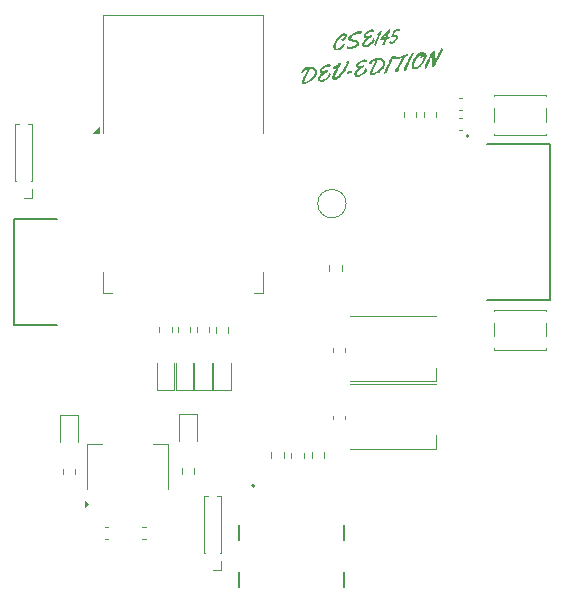
<source format=gbr>
%TF.GenerationSoftware,KiCad,Pcbnew,8.0.1*%
%TF.CreationDate,2024-04-06T15:46:48-07:00*%
%TF.ProjectId,Hardware,48617264-7761-4726-952e-6b696361645f,rev?*%
%TF.SameCoordinates,Original*%
%TF.FileFunction,Legend,Top*%
%TF.FilePolarity,Positive*%
%FSLAX46Y46*%
G04 Gerber Fmt 4.6, Leading zero omitted, Abs format (unit mm)*
G04 Created by KiCad (PCBNEW 8.0.1) date 2024-04-06 15:46:48*
%MOMM*%
%LPD*%
G01*
G04 APERTURE LIST*
%ADD10C,0.120000*%
%ADD11C,0.127000*%
%ADD12C,0.200000*%
%ADD13C,0.000000*%
G04 APERTURE END LIST*
D10*
%TO.C,D5*%
X130600000Y-71750000D02*
X137900000Y-71750000D01*
X130600000Y-77250000D02*
X137900000Y-77250000D01*
X137900000Y-77250000D02*
X137900000Y-76100000D01*
D11*
%TO.C,U1*%
X142220000Y-57125000D02*
X147600000Y-57125000D01*
X147600000Y-57125000D02*
X147600000Y-70325000D01*
X147600000Y-70325000D02*
X142220000Y-70325000D01*
D12*
X140700000Y-56475000D02*
G75*
G02*
X140500000Y-56475000I-100000J0D01*
G01*
X140500000Y-56475000D02*
G75*
G02*
X140700000Y-56475000I100000J0D01*
G01*
D10*
%TO.C,C6*%
X110140580Y-89540000D02*
X109859420Y-89540000D01*
X110140580Y-90560000D02*
X109859420Y-90560000D01*
%TO.C,R8*%
X136877500Y-54412742D02*
X136877500Y-54887258D01*
X137922500Y-54412742D02*
X137922500Y-54887258D01*
%TO.C,D6*%
X130600000Y-77450000D02*
X137900000Y-77450000D01*
X130600000Y-82950000D02*
X137900000Y-82950000D01*
X137900000Y-82950000D02*
X137900000Y-81800000D01*
%TO.C,SW2*%
X142825000Y-71175000D02*
X142825000Y-71295000D01*
X142825000Y-72305000D02*
X142825000Y-73445000D01*
X142825000Y-74455000D02*
X142825000Y-74575000D01*
X142825000Y-74575000D02*
X147225000Y-74575000D01*
X147225000Y-71175000D02*
X142825000Y-71175000D01*
X147225000Y-71295000D02*
X147225000Y-71175000D01*
X147225000Y-73445000D02*
X147225000Y-72305000D01*
X147225000Y-74575000D02*
X147225000Y-74455000D01*
%TO.C,R7*%
X114477500Y-72637742D02*
X114477500Y-73112258D01*
X115522500Y-72637742D02*
X115522500Y-73112258D01*
%TO.C,R11*%
X116377500Y-85062258D02*
X116377500Y-84587742D01*
X117422500Y-85062258D02*
X117422500Y-84587742D01*
%TO.C,J2*%
X102305000Y-60315000D02*
X102305000Y-55440000D01*
X102391724Y-60315000D02*
X102305000Y-60315000D01*
X102605507Y-55440000D02*
X102305000Y-55440000D01*
X103695000Y-55440000D02*
X103394493Y-55440000D01*
X103695000Y-60315000D02*
X103608276Y-60315000D01*
X103695000Y-60315000D02*
X103695000Y-55440000D01*
X103695000Y-61000000D02*
X103695000Y-61685000D01*
X103695000Y-61685000D02*
X103000000Y-61685000D01*
%TO.C,R6*%
X116077500Y-72637742D02*
X116077500Y-73112258D01*
X117122500Y-72637742D02*
X117122500Y-73112258D01*
%TO.C,C2*%
X139834420Y-53240000D02*
X140115580Y-53240000D01*
X139834420Y-54260000D02*
X140115580Y-54260000D01*
%TO.C,D1*%
X119065000Y-75712500D02*
X119065000Y-77997500D01*
X119065000Y-77997500D02*
X120535000Y-77997500D01*
X120535000Y-77997500D02*
X120535000Y-75712500D01*
D11*
%TO.C,S1*%
X102200000Y-63500000D02*
X102200000Y-72500000D01*
X105800000Y-63500000D02*
X102200000Y-63500000D01*
X105800000Y-72500000D02*
X102200000Y-72500000D01*
D10*
%TO.C,R2*%
X123977500Y-83737258D02*
X123977500Y-83262742D01*
X125022500Y-83737258D02*
X125022500Y-83262742D01*
%TO.C,D4*%
X114265000Y-75700000D02*
X114265000Y-77985000D01*
X114265000Y-77985000D02*
X115735000Y-77985000D01*
X115735000Y-77985000D02*
X115735000Y-75700000D01*
%TO.C,R12*%
X106302500Y-85112258D02*
X106302500Y-84637742D01*
X107347500Y-85112258D02*
X107347500Y-84637742D01*
D12*
%TO.C,J1*%
X121210000Y-89450000D02*
X121210000Y-90700000D01*
X121210000Y-93420000D02*
X121210000Y-94700000D01*
X130150000Y-89450000D02*
X130150000Y-90700000D01*
X130150000Y-94700000D02*
X130150000Y-93420000D01*
X122530000Y-86100000D02*
G75*
G02*
X122330000Y-86100000I-100000J0D01*
G01*
X122330000Y-86100000D02*
G75*
G02*
X122530000Y-86100000I100000J0D01*
G01*
D10*
%TO.C,D3*%
X115865000Y-75700000D02*
X115865000Y-77985000D01*
X115865000Y-77985000D02*
X117335000Y-77985000D01*
X117335000Y-77985000D02*
X117335000Y-75700000D01*
%TO.C,C4*%
X129190000Y-80465580D02*
X129190000Y-80184420D01*
X130210000Y-80465580D02*
X130210000Y-80184420D01*
%TO.C,D2*%
X117465000Y-75700000D02*
X117465000Y-77985000D01*
X117465000Y-77985000D02*
X118935000Y-77985000D01*
X118935000Y-77985000D02*
X118935000Y-75700000D01*
%TO.C,TP1*%
X130300000Y-62200000D02*
G75*
G02*
X127900000Y-62200000I-1200000J0D01*
G01*
X127900000Y-62200000D02*
G75*
G02*
X130300000Y-62200000I1200000J0D01*
G01*
%TO.C,R3*%
X125677500Y-83762258D02*
X125677500Y-83287742D01*
X126722500Y-83762258D02*
X126722500Y-83287742D01*
%TO.C,DWM1*%
X109750000Y-46250000D02*
X109750000Y-56250000D01*
X109750000Y-46250000D02*
X123250000Y-46250000D01*
X109750000Y-69750000D02*
X109750000Y-68000000D01*
X110500000Y-69750000D02*
X109750000Y-69750000D01*
X122500000Y-69750000D02*
X123250000Y-69750000D01*
X123250000Y-46250000D02*
X123250000Y-56250000D01*
X123250000Y-69750000D02*
X123250000Y-68000000D01*
X109400000Y-56250000D02*
X108900000Y-56250000D01*
X109400000Y-55750000D01*
X109400000Y-56250000D01*
G36*
X109400000Y-56250000D02*
G01*
X108900000Y-56250000D01*
X109400000Y-55750000D01*
X109400000Y-56250000D01*
G37*
D13*
%TO.C,G\u002A\u002A\u002A*%
G36*
X130774157Y-50954980D02*
G01*
X130802957Y-50989225D01*
X130817627Y-51036613D01*
X130800691Y-51074190D01*
X130746990Y-51106247D01*
X130651362Y-51137071D01*
X130613325Y-51146818D01*
X130523793Y-51169219D01*
X130448964Y-51188504D01*
X130406274Y-51200150D01*
X130362353Y-51193243D01*
X130348111Y-51173107D01*
X130342777Y-51103708D01*
X130383254Y-51047059D01*
X130467743Y-51005004D01*
X130527060Y-50989798D01*
X130614026Y-50972051D01*
X130688270Y-50956418D01*
X130721887Y-50948987D01*
X130774157Y-50954980D01*
G37*
G36*
X135822132Y-49926932D02*
G01*
X135744984Y-50087990D01*
X135666480Y-50253441D01*
X135592202Y-50411408D01*
X135527735Y-50550009D01*
X135478663Y-50657368D01*
X135476027Y-50663232D01*
X135422692Y-50778785D01*
X135381707Y-50857527D01*
X135347348Y-50908028D01*
X135313896Y-50938856D01*
X135280035Y-50956781D01*
X135216605Y-50981722D01*
X135183714Y-50986748D01*
X135167236Y-50971715D01*
X135160323Y-50955556D01*
X135162531Y-50914010D01*
X135186967Y-50834559D01*
X135234003Y-50716333D01*
X135304012Y-50558463D01*
X135397367Y-50360080D01*
X135514441Y-50120312D01*
X135543513Y-50061731D01*
X135633750Y-49881463D01*
X135706178Y-49740457D01*
X135764127Y-49633939D01*
X135810923Y-49557132D01*
X135849894Y-49505263D01*
X135884368Y-49473557D01*
X135917674Y-49457239D01*
X135953138Y-49451534D01*
X135969052Y-49451154D01*
X136051289Y-49451154D01*
X135822132Y-49926932D01*
G37*
G36*
X133282148Y-47574068D02*
G01*
X133303838Y-47608732D01*
X133298333Y-47640895D01*
X133275105Y-47709777D01*
X133237086Y-47807833D01*
X133187204Y-47927515D01*
X133128388Y-48061278D01*
X133126811Y-48064776D01*
X133062165Y-48209157D01*
X133000345Y-48349192D01*
X132945868Y-48474499D01*
X132903254Y-48574698D01*
X132879495Y-48632981D01*
X132835492Y-48740526D01*
X132801351Y-48806145D01*
X132771887Y-48834385D01*
X132741913Y-48829790D01*
X132706246Y-48796907D01*
X132700304Y-48790072D01*
X132685835Y-48770603D01*
X132678678Y-48748469D01*
X132680845Y-48716911D01*
X132694344Y-48669176D01*
X132721185Y-48598505D01*
X132763378Y-48498142D01*
X132822932Y-48361332D01*
X132838153Y-48326608D01*
X132894142Y-48197375D01*
X132941125Y-48085905D01*
X132976391Y-47998888D01*
X132997232Y-47943013D01*
X133000936Y-47924968D01*
X133000851Y-47925017D01*
X132972299Y-47918695D01*
X132953572Y-47901581D01*
X132938192Y-47866640D01*
X132949524Y-47823715D01*
X132991379Y-47766370D01*
X133067570Y-47688170D01*
X133095854Y-47661399D01*
X133179283Y-47592206D01*
X133240190Y-47563398D01*
X133282148Y-47574068D01*
G37*
G36*
X134809977Y-47397004D02*
G01*
X134847013Y-47427308D01*
X134868079Y-47457630D01*
X134877153Y-47496593D01*
X134850508Y-47531295D01*
X134784308Y-47564108D01*
X134674717Y-47597403D01*
X134620247Y-47610828D01*
X134437210Y-47653979D01*
X134378701Y-47786278D01*
X134347601Y-47857069D01*
X134326376Y-47906275D01*
X134320177Y-47921645D01*
X134342066Y-47921893D01*
X134397925Y-47919127D01*
X134439331Y-47916448D01*
X134518897Y-47915507D01*
X134570042Y-47930153D01*
X134610308Y-47963794D01*
X134654257Y-48044621D01*
X134659883Y-48144750D01*
X134629459Y-48256324D01*
X134565261Y-48371484D01*
X134469562Y-48482371D01*
X134456731Y-48494410D01*
X134333534Y-48591379D01*
X134219245Y-48649658D01*
X134118104Y-48668068D01*
X134034350Y-48645429D01*
X134002692Y-48620769D01*
X133963093Y-48556041D01*
X133957172Y-48486128D01*
X133986082Y-48429278D01*
X133990343Y-48425499D01*
X134022576Y-48410578D01*
X134055194Y-48431484D01*
X134071794Y-48450726D01*
X134107693Y-48486603D01*
X134145698Y-48492825D01*
X134197979Y-48477925D01*
X134294192Y-48431614D01*
X134381675Y-48366977D01*
X134452126Y-48293162D01*
X134497239Y-48219320D01*
X134508711Y-48154600D01*
X134504906Y-48139729D01*
X134487236Y-48120234D01*
X134446663Y-48110522D01*
X134373200Y-48109113D01*
X134313861Y-48111404D01*
X134137019Y-48120096D01*
X134140136Y-48046827D01*
X134151557Y-47995058D01*
X134180035Y-47911982D01*
X134220970Y-47810072D01*
X134258744Y-47725196D01*
X134374235Y-47476834D01*
X134572331Y-47423381D01*
X134683274Y-47396272D01*
X134758943Y-47387069D01*
X134809977Y-47397004D01*
G37*
G36*
X138461270Y-49069552D02*
G01*
X138486965Y-49102015D01*
X138481194Y-49165216D01*
X138470738Y-49201295D01*
X138441281Y-49279161D01*
X138393670Y-49388793D01*
X138331702Y-49522730D01*
X138259173Y-49673509D01*
X138179879Y-49833670D01*
X138097616Y-49995750D01*
X138016181Y-50152289D01*
X137939368Y-50295824D01*
X137870975Y-50418895D01*
X137814796Y-50514039D01*
X137774630Y-50573795D01*
X137768958Y-50580721D01*
X137721754Y-50611031D01*
X137661808Y-50622512D01*
X137609222Y-50613932D01*
X137586008Y-50591924D01*
X137583037Y-50557275D01*
X137583106Y-50483508D01*
X137586008Y-50380246D01*
X137591537Y-50257109D01*
X137594275Y-50207261D01*
X137601703Y-50069041D01*
X137607809Y-49937303D01*
X137612055Y-49825057D01*
X137613904Y-49745311D01*
X137613929Y-49732019D01*
X137613214Y-49609904D01*
X137432672Y-49976250D01*
X137365643Y-50115415D01*
X137300901Y-50255472D01*
X137244140Y-50383713D01*
X137201050Y-50487430D01*
X137186537Y-50525769D01*
X137150531Y-50625119D01*
X137124548Y-50688129D01*
X137101954Y-50724376D01*
X137076116Y-50743439D01*
X137040403Y-50754895D01*
X137025276Y-50758651D01*
X136970737Y-50763008D01*
X136943902Y-50737450D01*
X136942949Y-50735075D01*
X136943188Y-50682392D01*
X136968133Y-50588798D01*
X137017418Y-50455300D01*
X137090675Y-50282906D01*
X137175366Y-50098365D01*
X137280222Y-49878543D01*
X137368900Y-49699543D01*
X137444203Y-49557178D01*
X137508934Y-49447264D01*
X137565895Y-49365614D01*
X137617888Y-49308042D01*
X137667717Y-49270363D01*
X137718184Y-49248391D01*
X137749348Y-49241107D01*
X137844754Y-49224477D01*
X137827976Y-49490460D01*
X137819319Y-49628788D01*
X137810176Y-49776636D01*
X137801989Y-49910600D01*
X137798767Y-49964038D01*
X137786335Y-50171635D01*
X137980943Y-49793077D01*
X138049838Y-49656679D01*
X138114942Y-49523455D01*
X138171051Y-49404373D01*
X138212959Y-49310400D01*
X138230119Y-49267981D01*
X138269067Y-49168634D01*
X138300495Y-49107044D01*
X138331628Y-49074400D01*
X138369692Y-49061892D01*
X138400395Y-49060385D01*
X138461270Y-49069552D01*
G37*
G36*
X130324319Y-47800565D02*
G01*
X130371127Y-47844051D01*
X130399349Y-47885989D01*
X130407701Y-47921304D01*
X130396812Y-47969027D01*
X130377042Y-48022723D01*
X130330892Y-48112157D01*
X130263872Y-48203901D01*
X130185744Y-48288095D01*
X130106272Y-48354884D01*
X130035220Y-48394409D01*
X130002414Y-48400961D01*
X129939905Y-48389375D01*
X129899873Y-48364638D01*
X129883008Y-48324004D01*
X129887266Y-48284230D01*
X129907782Y-48263499D01*
X129925809Y-48267729D01*
X129954940Y-48259897D01*
X130003819Y-48223508D01*
X130062441Y-48168745D01*
X130120805Y-48105793D01*
X130168906Y-48044836D01*
X130196741Y-47996056D01*
X130198679Y-47989936D01*
X130197148Y-47946474D01*
X130165174Y-47933158D01*
X130108346Y-47947155D01*
X130032256Y-47985633D01*
X129942495Y-48045759D01*
X129844651Y-48124702D01*
X129744316Y-48219628D01*
X129743343Y-48220625D01*
X129630191Y-48355194D01*
X129536361Y-48503577D01*
X129465931Y-48655981D01*
X129422979Y-48802611D01*
X129411582Y-48933674D01*
X129420410Y-48996246D01*
X129451275Y-49053455D01*
X129507630Y-49073617D01*
X129592215Y-49057056D01*
X129666427Y-49025392D01*
X129727643Y-48988035D01*
X129804913Y-48930460D01*
X129889290Y-48860722D01*
X129971829Y-48786873D01*
X130043582Y-48716968D01*
X130095604Y-48659060D01*
X130118947Y-48621202D01*
X130119423Y-48617603D01*
X130138100Y-48596944D01*
X130143846Y-48596346D01*
X130161685Y-48617310D01*
X130167651Y-48669646D01*
X130162423Y-48737520D01*
X130146682Y-48805099D01*
X130133510Y-48836951D01*
X130077293Y-48915458D01*
X129990598Y-49002408D01*
X129887313Y-49085812D01*
X129781328Y-49153680D01*
X129745617Y-49171800D01*
X129600553Y-49221978D01*
X129475676Y-49228185D01*
X129371459Y-49190429D01*
X129336953Y-49164183D01*
X129267375Y-49071031D01*
X129233878Y-48954081D01*
X129233658Y-48819093D01*
X129263908Y-48671829D01*
X129321825Y-48518051D01*
X129404603Y-48363521D01*
X129509437Y-48213999D01*
X129633523Y-48075247D01*
X129774055Y-47953027D01*
X129928229Y-47853100D01*
X129990440Y-47821881D01*
X130121025Y-47777329D01*
X130234138Y-47770330D01*
X130324319Y-47800565D01*
G37*
G36*
X130511963Y-50154357D02*
G01*
X130543457Y-50207811D01*
X130542490Y-50288433D01*
X130532758Y-50325475D01*
X130467878Y-50485126D01*
X130373044Y-50663909D01*
X130255042Y-50852828D01*
X130120656Y-51042884D01*
X129976670Y-51225079D01*
X129829869Y-51390416D01*
X129687038Y-51529895D01*
X129554960Y-51634520D01*
X129536681Y-51646534D01*
X129425579Y-51704335D01*
X129322656Y-51733881D01*
X129238658Y-51732748D01*
X129208309Y-51720651D01*
X129151672Y-51659270D01*
X129130172Y-51565640D01*
X129144113Y-51442837D01*
X129174593Y-51344151D01*
X129225004Y-51217038D01*
X129289461Y-51074541D01*
X129362079Y-50929700D01*
X129433637Y-50801183D01*
X129509087Y-50673616D01*
X129420077Y-50734020D01*
X129333473Y-50782002D01*
X129268572Y-50791328D01*
X129220654Y-50765115D01*
X129193578Y-50713432D01*
X129195923Y-50656108D01*
X129221360Y-50608038D01*
X129263560Y-50584119D01*
X129295860Y-50588138D01*
X129334559Y-50578377D01*
X129401747Y-50531696D01*
X129495536Y-50449425D01*
X129503416Y-50442021D01*
X129591242Y-50362441D01*
X129655783Y-50313197D01*
X129706351Y-50288246D01*
X129750707Y-50281538D01*
X129815985Y-50294037D01*
X129842926Y-50320749D01*
X129836894Y-50355526D01*
X129809254Y-50428863D01*
X129761890Y-50536491D01*
X129696686Y-50674146D01*
X129615528Y-50837561D01*
X129608234Y-50851951D01*
X129501949Y-51067308D01*
X129421462Y-51243706D01*
X129366922Y-51380727D01*
X129338480Y-51477951D01*
X129336287Y-51534960D01*
X129356899Y-51551538D01*
X129394524Y-51535356D01*
X129456472Y-51492191D01*
X129533051Y-51430122D01*
X129614572Y-51357224D01*
X129691344Y-51281574D01*
X129726311Y-51243670D01*
X129821474Y-51129572D01*
X129920554Y-50999458D01*
X130018903Y-50860677D01*
X130111868Y-50720578D01*
X130194800Y-50586506D01*
X130263049Y-50465811D01*
X130311964Y-50365840D01*
X130336894Y-50293941D01*
X130339111Y-50275433D01*
X130324824Y-50238814D01*
X130308702Y-50231880D01*
X130296141Y-50221841D01*
X130315566Y-50198942D01*
X130354902Y-50171403D01*
X130402072Y-50147448D01*
X130445003Y-50135300D01*
X130450981Y-50135000D01*
X130511963Y-50154357D01*
G37*
G36*
X131568286Y-47599373D02*
G01*
X131608682Y-47610620D01*
X131631943Y-47629573D01*
X131652575Y-47685536D01*
X131631818Y-47742071D01*
X131575957Y-47789102D01*
X131518730Y-47811125D01*
X131413939Y-47837005D01*
X131347685Y-47851173D01*
X131311132Y-47853832D01*
X131295449Y-47845185D01*
X131291800Y-47825435D01*
X131291731Y-47816356D01*
X131288485Y-47787650D01*
X131270417Y-47780011D01*
X131225029Y-47791889D01*
X131190613Y-47803805D01*
X131101210Y-47841159D01*
X131013113Y-47886513D01*
X131001334Y-47893529D01*
X130921442Y-47949204D01*
X130840068Y-48016839D01*
X130766795Y-48087043D01*
X130711210Y-48150428D01*
X130682897Y-48197604D01*
X130681154Y-48207187D01*
X130689815Y-48230190D01*
X130720016Y-48250104D01*
X130778085Y-48268826D01*
X130870350Y-48288254D01*
X131003138Y-48310284D01*
X131047500Y-48317036D01*
X131207521Y-48354876D01*
X131326320Y-48412184D01*
X131402596Y-48485839D01*
X131435047Y-48572719D01*
X131422372Y-48669704D01*
X131363270Y-48773671D01*
X131275902Y-48864900D01*
X131170431Y-48940493D01*
X131043701Y-49004922D01*
X130905269Y-49056082D01*
X130764692Y-49091870D01*
X130631529Y-49110179D01*
X130515336Y-49108907D01*
X130425673Y-49085949D01*
X130388077Y-49060385D01*
X130348590Y-48995902D01*
X130342405Y-48926162D01*
X130370737Y-48869527D01*
X130375184Y-48865565D01*
X130410518Y-48849805D01*
X130448006Y-48872704D01*
X130453144Y-48877732D01*
X130515235Y-48908289D01*
X130608208Y-48915337D01*
X130721691Y-48901523D01*
X130845310Y-48869491D01*
X130968694Y-48821889D01*
X131081470Y-48761361D01*
X131168229Y-48695333D01*
X131219609Y-48640531D01*
X131238781Y-48598206D01*
X131222383Y-48565499D01*
X131167053Y-48539551D01*
X131069431Y-48517504D01*
X130935889Y-48497755D01*
X130755844Y-48466729D01*
X130621880Y-48426010D01*
X130532048Y-48374791D01*
X130484398Y-48312265D01*
X130483789Y-48310704D01*
X130471111Y-48211936D01*
X130503797Y-48107138D01*
X130579241Y-47999472D01*
X130694834Y-47892102D01*
X130847969Y-47788191D01*
X130968324Y-47723046D01*
X131079391Y-47669843D01*
X131164790Y-47635614D01*
X131241481Y-47615490D01*
X131326425Y-47604601D01*
X131396704Y-47600029D01*
X131501283Y-47596302D01*
X131568286Y-47599373D01*
G37*
G36*
X136867890Y-49322533D02*
G01*
X136896203Y-49341821D01*
X136904631Y-49371779D01*
X136926347Y-49415801D01*
X136971795Y-49426731D01*
X137044101Y-49448660D01*
X137100907Y-49504515D01*
X137128162Y-49579396D01*
X137128846Y-49593259D01*
X137114433Y-49701310D01*
X137072909Y-49840684D01*
X137006852Y-50003913D01*
X136937786Y-50147211D01*
X136856338Y-50284196D01*
X136754603Y-50422778D01*
X136641616Y-50553034D01*
X136526410Y-50665041D01*
X136418019Y-50748877D01*
X136360500Y-50781304D01*
X136225026Y-50827313D01*
X136104590Y-50835063D01*
X136005997Y-50804258D01*
X135994820Y-50797189D01*
X135906125Y-50709268D01*
X135856445Y-50593745D01*
X135849575Y-50502775D01*
X136038401Y-50502775D01*
X136051804Y-50588088D01*
X136095154Y-50635976D01*
X136152531Y-50647885D01*
X136231980Y-50636069D01*
X136293901Y-50613608D01*
X136355413Y-50569930D01*
X136435122Y-50496630D01*
X136523191Y-50404082D01*
X136609780Y-50302664D01*
X136685052Y-50202749D01*
X136689186Y-50196747D01*
X136746844Y-50104148D01*
X136802073Y-50000776D01*
X136851459Y-49895225D01*
X136891587Y-49796094D01*
X136919043Y-49711976D01*
X136930412Y-49651468D01*
X136922279Y-49623166D01*
X136917449Y-49622115D01*
X136875376Y-49640279D01*
X136818473Y-49686542D01*
X136759309Y-49748564D01*
X136710451Y-49814004D01*
X136696016Y-49839560D01*
X136664577Y-49898525D01*
X136641224Y-49920437D01*
X136613738Y-49912666D01*
X136595212Y-49900363D01*
X136555029Y-49854078D01*
X136542692Y-49812892D01*
X136559697Y-49746435D01*
X136603512Y-49666188D01*
X136663342Y-49589529D01*
X136706480Y-49549246D01*
X136746370Y-49513797D01*
X136749476Y-49501098D01*
X136721425Y-49509668D01*
X136667844Y-49538022D01*
X136608817Y-49574988D01*
X136456788Y-49698903D01*
X136315714Y-49857204D01*
X136194703Y-50036672D01*
X136102862Y-50224092D01*
X136054653Y-50379231D01*
X136038401Y-50502775D01*
X135849575Y-50502775D01*
X135845770Y-50452396D01*
X135874091Y-50286999D01*
X135941399Y-50099328D01*
X135999177Y-49979287D01*
X136092401Y-49829561D01*
X136208484Y-49687626D01*
X136339466Y-49559985D01*
X136477386Y-49453147D01*
X136614286Y-49373617D01*
X136742204Y-49327901D01*
X136806374Y-49319512D01*
X136867890Y-49322533D01*
G37*
G36*
X133988805Y-47459392D02*
G01*
X134017501Y-47477227D01*
X134031011Y-47498421D01*
X134031605Y-47529607D01*
X134016866Y-47579680D01*
X133984378Y-47657534D01*
X133945314Y-47742941D01*
X133884949Y-47873058D01*
X133844294Y-47964914D01*
X133822830Y-48024709D01*
X133820040Y-48058644D01*
X133835403Y-48072918D01*
X133868401Y-48073732D01*
X133918168Y-48067332D01*
X134032161Y-48051707D01*
X133994614Y-48124315D01*
X133946141Y-48200167D01*
X133888273Y-48242891D01*
X133803837Y-48266673D01*
X133761138Y-48276837D01*
X133730171Y-48294613D01*
X133703954Y-48329454D01*
X133675504Y-48390810D01*
X133637840Y-48488135D01*
X133635342Y-48494772D01*
X133594770Y-48593685D01*
X133553883Y-48678448D01*
X133519288Y-48735883D01*
X133507886Y-48748990D01*
X133453973Y-48781944D01*
X133403545Y-48790070D01*
X133371818Y-48772635D01*
X133367692Y-48755732D01*
X133376312Y-48717248D01*
X133399204Y-48647011D01*
X133431919Y-48558380D01*
X133441938Y-48532830D01*
X133475236Y-48446283D01*
X133498959Y-48379311D01*
X133509281Y-48342927D01*
X133509101Y-48339516D01*
X133483316Y-48340122D01*
X133423760Y-48348265D01*
X133361598Y-48358903D01*
X133283440Y-48370210D01*
X133225787Y-48372900D01*
X133204883Y-48368408D01*
X133185706Y-48317075D01*
X133197321Y-48241720D01*
X133221554Y-48187524D01*
X133392115Y-48187524D01*
X133413031Y-48188806D01*
X133465665Y-48178749D01*
X133492451Y-48172009D01*
X133540251Y-48156763D01*
X133576691Y-48134820D01*
X133609760Y-48096922D01*
X133647451Y-48033809D01*
X133697755Y-47936221D01*
X133700292Y-47931172D01*
X133744758Y-47840692D01*
X133778064Y-47769139D01*
X133796004Y-47725784D01*
X133797447Y-47717115D01*
X133778451Y-47734440D01*
X133735651Y-47780644D01*
X133676502Y-47847077D01*
X133608460Y-47925083D01*
X133538981Y-48006012D01*
X133475520Y-48081209D01*
X133425535Y-48142023D01*
X133396479Y-48179799D01*
X133392115Y-48187524D01*
X133221554Y-48187524D01*
X133236727Y-48153591D01*
X133279025Y-48090598D01*
X133343200Y-48013162D01*
X133425916Y-47921498D01*
X133520131Y-47822517D01*
X133618804Y-47723128D01*
X133714893Y-47630240D01*
X133801358Y-47550761D01*
X133871156Y-47491603D01*
X133917247Y-47459673D01*
X133925279Y-47456466D01*
X133988805Y-47459392D01*
G37*
G36*
X132007983Y-50011612D02*
G01*
X132042244Y-50054394D01*
X132048846Y-50100859D01*
X132034638Y-50147265D01*
X131985921Y-50188884D01*
X131949279Y-50209226D01*
X131871912Y-50239777D01*
X131805358Y-50250651D01*
X131760943Y-50241590D01*
X131749663Y-50213795D01*
X131741875Y-50188352D01*
X131700935Y-50189910D01*
X131624198Y-50218942D01*
X131566268Y-50246546D01*
X131478751Y-50299570D01*
X131397661Y-50364884D01*
X131333464Y-50432279D01*
X131296624Y-50491543D01*
X131291731Y-50514407D01*
X131313280Y-50537283D01*
X131369050Y-50548968D01*
X131445722Y-50549497D01*
X131529977Y-50538904D01*
X131608496Y-50517225D01*
X131617675Y-50513558D01*
X131716030Y-50483089D01*
X131790744Y-50480474D01*
X131836232Y-50503130D01*
X131846911Y-50548477D01*
X131821370Y-50607744D01*
X131767665Y-50654957D01*
X131680915Y-50693093D01*
X131666040Y-50697463D01*
X131576280Y-50738233D01*
X131475559Y-50808754D01*
X131375400Y-50897966D01*
X131287326Y-50994812D01*
X131222863Y-51088234D01*
X131197594Y-51146967D01*
X131185612Y-51238479D01*
X131205765Y-51301191D01*
X131255903Y-51329930D01*
X131274273Y-51331194D01*
X131365880Y-51312897D01*
X131471553Y-51264681D01*
X131582298Y-51194134D01*
X131689122Y-51108844D01*
X131783031Y-51016397D01*
X131855031Y-50924382D01*
X131896129Y-50840387D01*
X131902308Y-50801348D01*
X131909939Y-50759293D01*
X131942738Y-50748085D01*
X131969471Y-50750060D01*
X132018281Y-50764574D01*
X132039558Y-50803468D01*
X132044154Y-50835366D01*
X132030435Y-50940225D01*
X131971056Y-51056180D01*
X131867336Y-51180961D01*
X131812133Y-51234298D01*
X131662201Y-51351976D01*
X131510209Y-51434848D01*
X131363078Y-51480300D01*
X131227726Y-51485719D01*
X131174791Y-51475068D01*
X131094126Y-51429432D01*
X131046661Y-51373532D01*
X131005005Y-51269395D01*
X131006264Y-51160764D01*
X131051390Y-51044344D01*
X131141336Y-50916836D01*
X131196443Y-50855222D01*
X131256269Y-50787399D01*
X131288287Y-50740935D01*
X131288746Y-50721420D01*
X131286356Y-50721154D01*
X131242592Y-50706875D01*
X131187433Y-50672335D01*
X131185120Y-50670535D01*
X131142371Y-50626313D01*
X131123846Y-50570400D01*
X131120769Y-50510622D01*
X131124516Y-50447375D01*
X131141205Y-50397708D01*
X131179009Y-50345846D01*
X131238273Y-50283824D01*
X131372014Y-50174680D01*
X131530331Y-50084337D01*
X131696196Y-50021093D01*
X131831366Y-49994754D01*
X131939533Y-49992631D01*
X132007983Y-50011612D01*
G37*
G36*
X132667530Y-47472346D02*
G01*
X132701713Y-47514840D01*
X132708269Y-47560496D01*
X132691275Y-47612746D01*
X132636655Y-47655264D01*
X132538951Y-47692200D01*
X132532504Y-47694070D01*
X132467978Y-47704323D01*
X132419678Y-47697854D01*
X132400697Y-47677565D01*
X132404562Y-47665710D01*
X132402656Y-47646303D01*
X132366095Y-47646813D01*
X132304063Y-47665617D01*
X132237152Y-47695282D01*
X132152993Y-47746052D01*
X132071951Y-47809464D01*
X132004563Y-47875532D01*
X131961364Y-47934274D01*
X131951154Y-47966303D01*
X131958876Y-47992319D01*
X131989584Y-48005398D01*
X132054593Y-48009337D01*
X132079375Y-48009327D01*
X132166122Y-48002162D01*
X132241871Y-47984931D01*
X132268654Y-47973558D01*
X132337070Y-47947550D01*
X132410339Y-47938605D01*
X132471506Y-47946860D01*
X132503320Y-47971649D01*
X132502846Y-48031122D01*
X132460483Y-48085857D01*
X132383105Y-48128280D01*
X132352375Y-48137937D01*
X132252491Y-48177927D01*
X132153879Y-48240647D01*
X132061152Y-48319650D01*
X131978925Y-48408487D01*
X131911810Y-48500709D01*
X131864421Y-48589868D01*
X131841369Y-48669514D01*
X131847270Y-48733198D01*
X131886735Y-48774473D01*
X131894600Y-48777868D01*
X131964886Y-48781464D01*
X132056292Y-48753142D01*
X132160075Y-48699637D01*
X132267492Y-48627685D01*
X132369800Y-48544023D01*
X132458257Y-48455387D01*
X132524120Y-48368513D01*
X132558646Y-48290136D01*
X132561731Y-48263858D01*
X132578186Y-48211140D01*
X132622445Y-48196005D01*
X132665529Y-48209736D01*
X132700121Y-48252775D01*
X132705861Y-48324265D01*
X132683429Y-48413752D01*
X132647376Y-48488364D01*
X132571195Y-48590518D01*
X132464813Y-48696816D01*
X132343514Y-48793602D01*
X132224195Y-48866417D01*
X132118081Y-48906043D01*
X132001666Y-48928320D01*
X131891229Y-48931804D01*
X131803045Y-48915050D01*
X131782880Y-48905584D01*
X131704315Y-48835656D01*
X131665114Y-48743610D01*
X131664527Y-48635196D01*
X131701804Y-48516167D01*
X131776194Y-48392273D01*
X131862836Y-48292609D01*
X131966537Y-48188908D01*
X131879470Y-48142290D01*
X131825177Y-48108005D01*
X131798060Y-48069011D01*
X131786869Y-48006047D01*
X131784995Y-47980531D01*
X131783898Y-47912708D01*
X131796289Y-47862297D01*
X131829759Y-47811224D01*
X131880036Y-47754244D01*
X131996768Y-47652818D01*
X132142217Y-47563906D01*
X132299239Y-47495965D01*
X132450694Y-47457454D01*
X132490497Y-47453043D01*
X132599023Y-47452683D01*
X132667530Y-47472346D01*
G37*
G36*
X128898553Y-50391506D02*
G01*
X128938162Y-50419326D01*
X128945839Y-50426800D01*
X128981418Y-50476192D01*
X128991357Y-50518317D01*
X128965490Y-50558789D01*
X128912586Y-50595501D01*
X128845272Y-50624642D01*
X128776173Y-50642405D01*
X128717913Y-50644978D01*
X128683120Y-50628551D01*
X128678461Y-50612732D01*
X128672138Y-50593596D01*
X128645702Y-50592099D01*
X128587958Y-50608515D01*
X128567297Y-50615458D01*
X128490490Y-50651383D01*
X128408672Y-50705006D01*
X128331389Y-50767796D01*
X128268187Y-50831221D01*
X128228612Y-50886750D01*
X128221593Y-50924418D01*
X128258075Y-50955175D01*
X128330264Y-50964789D01*
X128429923Y-50953443D01*
X128548814Y-50921323D01*
X128561964Y-50916793D01*
X128665289Y-50887073D01*
X128732321Y-50884921D01*
X128767641Y-50911159D01*
X128776154Y-50955223D01*
X128753142Y-51016717D01*
X128689278Y-51067342D01*
X128592316Y-51101046D01*
X128588189Y-51101891D01*
X128515614Y-51131902D01*
X128426221Y-51191340D01*
X128332245Y-51270370D01*
X128245924Y-51359153D01*
X128205314Y-51409701D01*
X128148915Y-51509975D01*
X128130840Y-51609340D01*
X128132433Y-51673657D01*
X128147365Y-51704106D01*
X128186002Y-51715576D01*
X128206363Y-51717796D01*
X128285855Y-51709036D01*
X128384580Y-51673677D01*
X128407611Y-51662555D01*
X128495045Y-51608467D01*
X128588220Y-51535098D01*
X128676987Y-51452382D01*
X128751193Y-51370254D01*
X128800687Y-51298649D01*
X128814385Y-51264480D01*
X128828617Y-51203742D01*
X128838485Y-51166875D01*
X128865450Y-51138430D01*
X128908249Y-51145975D01*
X128953671Y-51186228D01*
X128961605Y-51197454D01*
X128982367Y-51234353D01*
X128986563Y-51268565D01*
X128972221Y-51315339D01*
X128937373Y-51389927D01*
X128936515Y-51391681D01*
X128848643Y-51526427D01*
X128724376Y-51654912D01*
X128575905Y-51765825D01*
X128470865Y-51823771D01*
X128322653Y-51878572D01*
X128194743Y-51891210D01*
X128083006Y-51861818D01*
X128040967Y-51837688D01*
X127963508Y-51760538D01*
X127929101Y-51664689D01*
X127937298Y-51553664D01*
X127987654Y-51430990D01*
X128079723Y-51300190D01*
X128113899Y-51261525D01*
X128174411Y-51194654D01*
X128205091Y-51154275D01*
X128209900Y-51131607D01*
X128192797Y-51117870D01*
X128180881Y-51112976D01*
X128096349Y-51059830D01*
X128053450Y-50981156D01*
X128050425Y-50889938D01*
X128086759Y-50788588D01*
X128163700Y-50687640D01*
X128273278Y-50592622D01*
X128407525Y-50509062D01*
X128558471Y-50442487D01*
X128718146Y-50398425D01*
X128771522Y-50389751D01*
X128849325Y-50382991D01*
X128898553Y-50391506D01*
G37*
G36*
X133198591Y-49873714D02*
G01*
X133313231Y-49895506D01*
X133330871Y-49901611D01*
X133427939Y-49955199D01*
X133515662Y-50032407D01*
X133579925Y-50119075D01*
X133602519Y-50174124D01*
X133610528Y-50268690D01*
X133598305Y-50386396D01*
X133569005Y-50507500D01*
X133535451Y-50593442D01*
X133474092Y-50692343D01*
X133383023Y-50804959D01*
X133273969Y-50919131D01*
X133158653Y-51022706D01*
X133048799Y-51103526D01*
X133035670Y-51111643D01*
X132902030Y-51182622D01*
X132763867Y-51239417D01*
X132629750Y-51280134D01*
X132508246Y-51302879D01*
X132407926Y-51305758D01*
X132337356Y-51286877D01*
X132317306Y-51270439D01*
X132298738Y-51231454D01*
X132296822Y-51175229D01*
X132307672Y-51122972D01*
X132492713Y-51122972D01*
X132507615Y-51136106D01*
X132557191Y-51131549D01*
X132571122Y-51129323D01*
X132638204Y-51111058D01*
X132728515Y-51077079D01*
X132820498Y-51035687D01*
X132969525Y-50946597D01*
X133107436Y-50834756D01*
X133227638Y-50708248D01*
X133323538Y-50575159D01*
X133388541Y-50443573D01*
X133416053Y-50321574D01*
X133416538Y-50304895D01*
X133394136Y-50202786D01*
X133330444Y-50119053D01*
X133230736Y-50057308D01*
X133100282Y-50021164D01*
X132990572Y-50013021D01*
X132932073Y-50014878D01*
X132915554Y-50023263D01*
X132934219Y-50042047D01*
X132936578Y-50043786D01*
X132949038Y-50057041D01*
X132953370Y-50077513D01*
X132947450Y-50110954D01*
X132929152Y-50163113D01*
X132896350Y-50239744D01*
X132846918Y-50346597D01*
X132778732Y-50489424D01*
X132749275Y-50550565D01*
X132680389Y-50694284D01*
X132618025Y-50826137D01*
X132565613Y-50938730D01*
X132526583Y-51024671D01*
X132504366Y-51076566D01*
X132501282Y-51085045D01*
X132492713Y-51122972D01*
X132307672Y-51122972D01*
X132312988Y-51097366D01*
X132348664Y-50993469D01*
X132405281Y-50859141D01*
X132484269Y-50689985D01*
X132549114Y-50557604D01*
X132639172Y-50379315D01*
X132711538Y-50243263D01*
X132767762Y-50146790D01*
X132809393Y-50087235D01*
X132837943Y-50061954D01*
X132866583Y-50045452D01*
X132854808Y-50038875D01*
X132808094Y-50049299D01*
X132735147Y-50077960D01*
X132651258Y-50117376D01*
X132571720Y-50160063D01*
X132511825Y-50198539D01*
X132491577Y-50216613D01*
X132470468Y-50248031D01*
X132484127Y-50257518D01*
X132491577Y-50257887D01*
X132497802Y-50271728D01*
X132469960Y-50306452D01*
X132455012Y-50320285D01*
X132381674Y-50366749D01*
X132316440Y-50376221D01*
X132268666Y-50349748D01*
X132248456Y-50297178D01*
X132263086Y-50232640D01*
X132314138Y-50157421D01*
X132392980Y-50079718D01*
X132490983Y-50007727D01*
X132599517Y-49949644D01*
X132625786Y-49938834D01*
X132754787Y-49901365D01*
X132903701Y-49877471D01*
X133056858Y-49867978D01*
X133198591Y-49873714D01*
G37*
G36*
X135528715Y-49509360D02*
G01*
X135565511Y-49536323D01*
X135585447Y-49580651D01*
X135566917Y-49624234D01*
X135506773Y-49670757D01*
X135407389Y-49721415D01*
X135248575Y-49793424D01*
X135091915Y-50116856D01*
X135022435Y-50260851D01*
X134947576Y-50416900D01*
X134876122Y-50566639D01*
X134816860Y-50691704D01*
X134814492Y-50696731D01*
X134740256Y-50846812D01*
X134677099Y-50955529D01*
X134620748Y-51027890D01*
X134566928Y-51068901D01*
X134511364Y-51083569D01*
X134484797Y-51082923D01*
X134428811Y-51070880D01*
X134405120Y-51039380D01*
X134399351Y-51002019D01*
X134407042Y-50934880D01*
X134434780Y-50860470D01*
X134474385Y-50793307D01*
X134517672Y-50747908D01*
X134548759Y-50736947D01*
X134570251Y-50726244D01*
X134601197Y-50688512D01*
X134643993Y-50619773D01*
X134701036Y-50516048D01*
X134774723Y-50373358D01*
X134809917Y-50303437D01*
X134875939Y-50170741D01*
X134933125Y-50054254D01*
X134978338Y-49960494D01*
X135008442Y-49895980D01*
X135020302Y-49867231D01*
X135020202Y-49866346D01*
X134994467Y-49873657D01*
X134936133Y-49892665D01*
X134870905Y-49914781D01*
X134763127Y-49945199D01*
X134641596Y-49969968D01*
X134576310Y-49978976D01*
X134489673Y-49985969D01*
X134435529Y-49982667D01*
X134398044Y-49965892D01*
X134365463Y-49936646D01*
X134308433Y-49878558D01*
X134177237Y-50147211D01*
X134116282Y-50273590D01*
X134043752Y-50426378D01*
X133968181Y-50587473D01*
X133898103Y-50738770D01*
X133889377Y-50757788D01*
X133817474Y-50910479D01*
X133758940Y-51023154D01*
X133709607Y-51101383D01*
X133665305Y-51150739D01*
X133621864Y-51176794D01*
X133575115Y-51185120D01*
X133569530Y-51185192D01*
X133528272Y-51180145D01*
X133516726Y-51155196D01*
X133523504Y-51108297D01*
X133539842Y-51058276D01*
X133574701Y-50972221D01*
X133624543Y-50857678D01*
X133685830Y-50722195D01*
X133755023Y-50573319D01*
X133828584Y-50418597D01*
X133902974Y-50265576D01*
X133974656Y-50121802D01*
X134040091Y-49994823D01*
X134082694Y-49915593D01*
X134140267Y-49812923D01*
X134182252Y-49745308D01*
X134215921Y-49704635D01*
X134248545Y-49682791D01*
X134287393Y-49671665D01*
X134303880Y-49668789D01*
X134363590Y-49661727D01*
X134387114Y-49669867D01*
X134385853Y-49697400D01*
X134385492Y-49698800D01*
X134384287Y-49729846D01*
X134412574Y-49733483D01*
X134436429Y-49728247D01*
X134480037Y-49721695D01*
X134488012Y-49738652D01*
X134482329Y-49756424D01*
X134477510Y-49778612D01*
X134490645Y-49790233D01*
X134530878Y-49792914D01*
X134607348Y-49788279D01*
X134644344Y-49785230D01*
X134832404Y-49757724D01*
X135010585Y-49709979D01*
X135165432Y-49646352D01*
X135268611Y-49583073D01*
X135364800Y-49525458D01*
X135454726Y-49500380D01*
X135528715Y-49509360D01*
G37*
G36*
X127443289Y-50627391D02*
G01*
X127502768Y-50635955D01*
X127556471Y-50654263D01*
X127618722Y-50684515D01*
X127626620Y-50688621D01*
X127737198Y-50762228D01*
X127806907Y-50851014D01*
X127841562Y-50964861D01*
X127848077Y-51064901D01*
X127825074Y-51218662D01*
X127759776Y-51376130D01*
X127657748Y-51531253D01*
X127524558Y-51677980D01*
X127365770Y-51810258D01*
X127186952Y-51922034D01*
X126993668Y-52007258D01*
X126975722Y-52013429D01*
X126854269Y-52045912D01*
X126739238Y-52061900D01*
X126641822Y-52061018D01*
X126573210Y-52042890D01*
X126553482Y-52027582D01*
X126536573Y-51994155D01*
X126533582Y-51946954D01*
X126545516Y-51884385D01*
X126724615Y-51884385D01*
X126745144Y-51894683D01*
X126799572Y-51888037D01*
X126877160Y-51867337D01*
X126967171Y-51835475D01*
X127058867Y-51795344D01*
X127063277Y-51793185D01*
X127179678Y-51722797D01*
X127302588Y-51626723D01*
X127420042Y-51516387D01*
X127520069Y-51403215D01*
X127590704Y-51298631D01*
X127599526Y-51281279D01*
X127640183Y-51162002D01*
X127650434Y-51046960D01*
X127629771Y-50949910D01*
X127612822Y-50919330D01*
X127545878Y-50857878D01*
X127447747Y-50808420D01*
X127335863Y-50778252D01*
X127261923Y-50772464D01*
X127203719Y-50775589D01*
X127178691Y-50781983D01*
X127182548Y-50786175D01*
X127210806Y-50810052D01*
X127213077Y-50818531D01*
X127203029Y-50845405D01*
X127174837Y-50909924D01*
X127131433Y-51005669D01*
X127075746Y-51126218D01*
X127010705Y-51265150D01*
X126968846Y-51353743D01*
X126899690Y-51500253D01*
X126838133Y-51631884D01*
X126787097Y-51742283D01*
X126749504Y-51825102D01*
X126728279Y-51873989D01*
X126724615Y-51884385D01*
X126545516Y-51884385D01*
X126546113Y-51881257D01*
X126575773Y-51792340D01*
X126624165Y-51675482D01*
X126692896Y-51525960D01*
X126783571Y-51339052D01*
X126796236Y-51313413D01*
X126877456Y-51150515D01*
X126940939Y-51026716D01*
X126989761Y-50936924D01*
X127026994Y-50876044D01*
X127055712Y-50838986D01*
X127078991Y-50820657D01*
X127096480Y-50816013D01*
X127129713Y-50811826D01*
X127115910Y-50803822D01*
X127109279Y-50802011D01*
X127064659Y-50805671D01*
X126994551Y-50826854D01*
X126938318Y-50850132D01*
X126854970Y-50892743D01*
X126784012Y-50936244D01*
X126733189Y-50974769D01*
X126710244Y-51002450D01*
X126722767Y-51013418D01*
X126740652Y-51024764D01*
X126726406Y-51051214D01*
X126690519Y-51084015D01*
X126643482Y-51114411D01*
X126595785Y-51133647D01*
X126575465Y-51136346D01*
X126516427Y-51120470D01*
X126490681Y-51077786D01*
X126496666Y-51015708D01*
X126532823Y-50941651D01*
X126597590Y-50863029D01*
X126641336Y-50823396D01*
X126777329Y-50734787D01*
X126939215Y-50674159D01*
X127133947Y-50639312D01*
X127249711Y-50630684D01*
X127363711Y-50626367D01*
X127443289Y-50627391D01*
G37*
D10*
%TO.C,R5*%
X117677500Y-72637742D02*
X117677500Y-73112258D01*
X118722500Y-72637742D02*
X118722500Y-73112258D01*
%TO.C,D8*%
X106090000Y-80115000D02*
X106090000Y-82400000D01*
X107560000Y-80115000D02*
X106090000Y-80115000D01*
X107560000Y-82400000D02*
X107560000Y-80115000D01*
%TO.C,SW1*%
X142800000Y-53000000D02*
X142800000Y-53120000D01*
X142800000Y-54130000D02*
X142800000Y-55270000D01*
X142800000Y-56280000D02*
X142800000Y-56400000D01*
X142800000Y-56400000D02*
X147200000Y-56400000D01*
X147200000Y-53000000D02*
X142800000Y-53000000D01*
X147200000Y-53120000D02*
X147200000Y-53000000D01*
X147200000Y-55270000D02*
X147200000Y-54130000D01*
X147200000Y-56400000D02*
X147200000Y-56280000D01*
%TO.C,J3*%
X118305000Y-91815000D02*
X118305000Y-86940000D01*
X118391724Y-91815000D02*
X118305000Y-91815000D01*
X118605507Y-86940000D02*
X118305000Y-86940000D01*
X119695000Y-86940000D02*
X119394493Y-86940000D01*
X119695000Y-91815000D02*
X119608276Y-91815000D01*
X119695000Y-91815000D02*
X119695000Y-86940000D01*
X119695000Y-92500000D02*
X119695000Y-93185000D01*
X119695000Y-93185000D02*
X119000000Y-93185000D01*
%TO.C,D7*%
X116165000Y-80052500D02*
X116165000Y-82337500D01*
X117635000Y-80052500D02*
X116165000Y-80052500D01*
X117635000Y-82337500D02*
X117635000Y-80052500D01*
%TO.C,C5*%
X113340580Y-89540000D02*
X113059420Y-89540000D01*
X113340580Y-90560000D02*
X113059420Y-90560000D01*
%TO.C,R9*%
X128877500Y-67912258D02*
X128877500Y-67437742D01*
X129922500Y-67912258D02*
X129922500Y-67437742D01*
%TO.C,C1*%
X139834420Y-54940000D02*
X140115580Y-54940000D01*
X139834420Y-55960000D02*
X140115580Y-55960000D01*
%TO.C,R1*%
X127377500Y-83737258D02*
X127377500Y-83262742D01*
X128422500Y-83737258D02*
X128422500Y-83262742D01*
%TO.C,U3*%
X108390000Y-82590000D02*
X109650000Y-82590000D01*
X108390000Y-86350000D02*
X108390000Y-82590000D01*
X115210000Y-82590000D02*
X113950000Y-82590000D01*
X115210000Y-86350000D02*
X115210000Y-82590000D01*
X108490000Y-87630000D02*
X108160000Y-87870000D01*
X108160000Y-87390000D01*
X108490000Y-87630000D01*
G36*
X108490000Y-87630000D02*
G01*
X108160000Y-87870000D01*
X108160000Y-87390000D01*
X108490000Y-87630000D01*
G37*
%TO.C,R4*%
X119277500Y-72662742D02*
X119277500Y-73137258D01*
X120322500Y-72662742D02*
X120322500Y-73137258D01*
%TO.C,R10*%
X135177500Y-54412742D02*
X135177500Y-54887258D01*
X136222500Y-54412742D02*
X136222500Y-54887258D01*
%TO.C,C3*%
X129190000Y-74740580D02*
X129190000Y-74459420D01*
X130210000Y-74740580D02*
X130210000Y-74459420D01*
%TD*%
M02*

</source>
